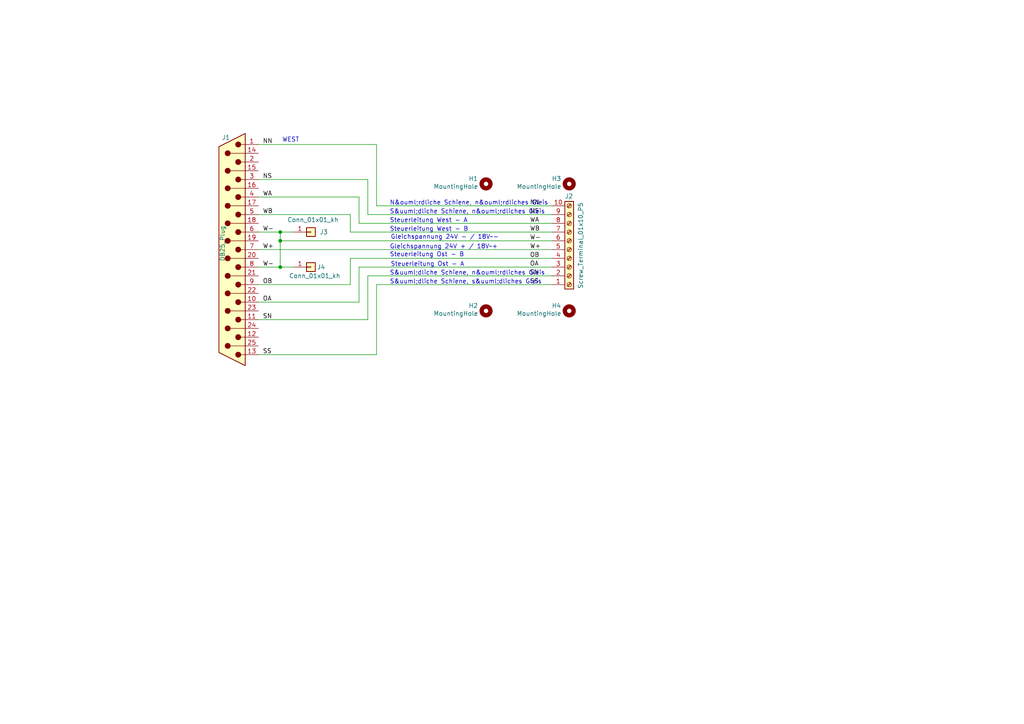
<source format=kicad_sch>
(kicad_sch (version 20231120) (generator "eeschema") (generator_version "8.0")
  (paper "A4")
  (title_block (date "2024-11-04"))
  (lib_symbols
    (symbol "Connector:DB25_Plug" (pin_names (offset 1.016) hide)
      (property "Reference" "J" (at 0 34.29 0))
      (property "Value" "DB25_Plug" (at 0 -34.925 0))
      (symbol "DB25_Plug_0_1"
        (circle (center -1.778 -30.48) (radius 0.762) (fill (type outline)))
        (circle (center -1.778 -25.4) (radius 0.762) (fill (type outline)))
        (circle (center -1.778 -20.32) (radius 0.762) (fill (type outline)))
        (circle (center -1.778 -15.24) (radius 0.762) (fill (type outline)))
        (circle (center -1.778 -10.16) (radius 0.762) (fill (type outline)))
        (circle (center -1.778 -5.08) (radius 0.762) (fill (type outline)))
        (circle (center -1.778 0) (radius 0.762) (fill (type outline)))
        (circle (center -1.778 5.08) (radius 0.762) (fill (type outline)))
        (circle (center -1.778 10.16) (radius 0.762) (fill (type outline)))
        (circle (center -1.778 15.24) (radius 0.762) (fill (type outline)))
        (circle (center -1.778 20.32) (radius 0.762) (fill (type outline)))
        (circle (center -1.778 25.4) (radius 0.762) (fill (type outline)))
        (circle (center -1.778 30.48) (radius 0.762) (fill (type outline)))
        (polyline (pts (xy -3.81 -30.48) (xy -2.54 -30.48)))
        (polyline (pts (xy -3.81 -27.94) (xy 0.508 -27.94)))
        (polyline (pts (xy -3.81 -25.4) (xy -2.54 -25.4)))
        (polyline (pts (xy -3.81 -22.86) (xy 0.508 -22.86)))
        (polyline (pts (xy -3.81 -20.32) (xy -2.54 -20.32)))
        (polyline (pts (xy -3.81 -17.78) (xy 0.508 -17.78)))
        (polyline (pts (xy -3.81 -15.24) (xy -2.54 -15.24)))
        (polyline (pts (xy -3.81 -12.7) (xy 0.508 -12.7)))
        (polyline (pts (xy -3.81 -10.16) (xy -2.54 -10.16)))
        (polyline (pts (xy -3.81 -7.62) (xy 0.508 -7.62)))
        (polyline (pts (xy -3.81 -5.08) (xy -2.54 -5.08)))
        (polyline (pts (xy -3.81 -2.54) (xy 0.508 -2.54)))
        (polyline (pts (xy -3.81 0) (xy -2.54 0)))
        (polyline (pts (xy -3.81 2.54) (xy 0.508 2.54)))
        (polyline (pts (xy -3.81 5.08) (xy -2.54 5.08)))
        (polyline (pts (xy -3.81 7.62) (xy 0.508 7.62)))
        (polyline (pts (xy -3.81 10.16) (xy -2.54 10.16)))
        (polyline (pts (xy -3.81 12.7) (xy 0.508 12.7)))
        (polyline (pts (xy -3.81 15.24) (xy -2.54 15.24)))
        (polyline (pts (xy -3.81 17.78) (xy 0.508 17.78)))
        (polyline (pts (xy -3.81 20.32) (xy -2.54 20.32)))
        (polyline (pts (xy -3.81 22.86) (xy 0.508 22.86)))
        (polyline (pts (xy -3.81 25.4) (xy -2.54 25.4)))
        (polyline (pts (xy -3.81 27.94) (xy 0.508 27.94)))
        (polyline (pts (xy -3.81 30.48) (xy -2.54 30.48)))
        (polyline (pts (xy -3.81 -33.655) (xy 3.81 -29.845) (xy 3.81 29.845) (xy -3.81 33.655) (xy -3.81 -33.655)) (stroke (width 0.254)) (fill (type background)))
        (circle (center 1.27 -27.94) (radius 0.762) (fill (type outline)))
        (circle (center 1.27 -22.86) (radius 0.762) (fill (type outline)))
        (circle (center 1.27 -17.78) (radius 0.762) (fill (type outline)))
        (circle (center 1.27 -12.7) (radius 0.762) (fill (type outline)))
        (circle (center 1.27 -7.62) (radius 0.762) (fill (type outline)))
        (circle (center 1.27 -2.54) (radius 0.762) (fill (type outline)))
        (circle (center 1.27 2.54) (radius 0.762) (fill (type outline)))
        (circle (center 1.27 7.62) (radius 0.762) (fill (type outline)))
        (circle (center 1.27 12.7) (radius 0.762) (fill (type outline)))
        (circle (center 1.27 17.78) (radius 0.762) (fill (type outline)))
        (circle (center 1.27 22.86) (radius 0.762) (fill (type outline)))
        (circle (center 1.27 27.94) (radius 0.762) (fill (type outline)))
      )
      (symbol "DB25_Plug_1_1"
        (pin passive line (at -7.62 -30.48 0) (length 3.81) (name "1") (number "1"))
        (pin passive line (at -7.62 15.24 0) (length 3.81) (name "10") (number "10"))
        (pin passive line (at -7.62 20.32 0) (length 3.81) (name "11") (number "11"))
        (pin passive line (at -7.62 25.4 0) (length 3.81) (name "12") (number "12"))
        (pin passive line (at -7.62 30.48 0) (length 3.81) (name "13") (number "13"))
        (pin passive line (at -7.62 -27.94 0) (length 3.81) (name "P14") (number "14"))
        (pin passive line (at -7.62 -22.86 0) (length 3.81) (name "P15") (number "15"))
        (pin passive line (at -7.62 -17.78 0) (length 3.81) (name "P16") (number "16"))
        (pin passive line (at -7.62 -12.7 0) (length 3.81) (name "P17") (number "17"))
        (pin passive line (at -7.62 -7.62 0) (length 3.81) (name "P18") (number "18"))
        (pin passive line (at -7.62 -2.54 0) (length 3.81) (name "P19") (number "19"))
        (pin passive line (at -7.62 -25.4 0) (length 3.81) (name "2") (number "2"))
        (pin passive line (at -7.62 2.54 0) (length 3.81) (name "P20") (number "20"))
        (pin passive line (at -7.62 7.62 0) (length 3.81) (name "P21") (number "21"))
        (pin passive line (at -7.62 12.7 0) (length 3.81) (name "P22") (number "22"))
        (pin passive line (at -7.62 17.78 0) (length 3.81) (name "P23") (number "23"))
        (pin passive line (at -7.62 22.86 0) (length 3.81) (name "P24") (number "24"))
        (pin passive line (at -7.62 27.94 0) (length 3.81) (name "P25") (number "25"))
        (pin passive line (at -7.62 -20.32 0) (length 3.81) (name "3") (number "3"))
        (pin passive line (at -7.62 -15.24 0) (length 3.81) (name "4") (number "4"))
        (pin passive line (at -7.62 -10.16 0) (length 3.81) (name "5") (number "5"))
        (pin passive line (at -7.62 -5.08 0) (length 3.81) (name "6") (number "6"))
        (pin passive line (at -7.62 0 0) (length 3.81) (name "7") (number "7"))
        (pin passive line (at -7.62 5.08 0) (length 3.81) (name "8") (number "8"))
        (pin passive line (at -7.62 10.16 0) (length 3.81) (name "9") (number "9"))
      )
    )
    (symbol "Mechanical:MountingHole" (pin_names (offset 1.016)) (exclude_from_sim yes) (in_bom no)
      (property "Reference" "H" (at 0 5.08 0))
      (property "Value" "MountingHole" (at 0 3.175 0))
      (symbol "MountingHole_0_1"
        (circle (center 0 0) (radius 1.27) (stroke (width 1.27)))
      )
    )
    (symbol "_kh_library:Conn_01x01_kh" (pin_names (offset 1.016) hide)
      (property "Reference" "J" (at 0 2.54 0))
      (property "Value" "Conn_01x01_kh" (at 0 -2.54 0))
      (symbol "Conn_01x01_kh_1_1"
        (rectangle (start -1.27 0.127) (end 0 -0.127) (stroke (width 0.1524)))
        (rectangle (start -1.27 1.27) (end 1.27 -1.27) (stroke (width 0.254)) (fill (type background)))
        (pin passive line (at -5.08 0 0) (length 3.81) (name "Pin_1") (number "1"))
      )
    )
    (symbol "_kh_library:Screw_Terminal_01x10_P5" (pin_names (offset 1.016) hide)
      (property "Reference" "J" (at 0 12.7 0))
      (property "Value" "Screw_Terminal_01x10_P5" (at 3.556 -1.016 90))
      (symbol "Screw_Terminal_01x10_P5_1_1"
        (rectangle (start -1.27 11.43) (end 1.27 -13.97) (stroke (width 0.254)) (fill (type background)))
        (circle (center 0 -12.7) (radius 0.635) (stroke (width 0.1524)))
        (circle (center 0 -10.16) (radius 0.635) (stroke (width 0.1524)))
        (circle (center 0 -7.62) (radius 0.635) (stroke (width 0.1524)))
        (circle (center 0 -5.08) (radius 0.635) (stroke (width 0.1524)))
        (circle (center 0 -2.54) (radius 0.635) (stroke (width 0.1524)))
        (polyline (pts (xy -0.5334 -12.3698) (xy 0.3302 -13.208)) (stroke (width 0.1524)))
        (polyline (pts (xy -0.5334 -9.8298) (xy 0.3302 -10.668)) (stroke (width 0.1524)))
        (polyline (pts (xy -0.5334 -7.2898) (xy 0.3302 -8.128)) (stroke (width 0.1524)))
        (polyline (pts (xy -0.5334 -4.7498) (xy 0.3302 -5.588)) (stroke (width 0.1524)))
        (polyline (pts (xy -0.5334 -2.2098) (xy 0.3302 -3.048)) (stroke (width 0.1524)))
        (polyline (pts (xy -0.5334 0.3302) (xy 0.3302 -0.508)) (stroke (width 0.1524)))
        (polyline (pts (xy -0.5334 2.8702) (xy 0.3302 2.032)) (stroke (width 0.1524)))
        (polyline (pts (xy -0.5334 5.4102) (xy 0.3302 4.572)) (stroke (width 0.1524)))
        (polyline (pts (xy -0.5334 7.9502) (xy 0.3302 7.112)) (stroke (width 0.1524)))
        (polyline (pts (xy -0.5334 10.4902) (xy 0.3302 9.652)) (stroke (width 0.1524)))
        (polyline (pts (xy -0.3556 -12.192) (xy 0.508 -13.0302)) (stroke (width 0.1524)))
        (polyline (pts (xy -0.3556 -9.652) (xy 0.508 -10.4902)) (stroke (width 0.1524)))
        (polyline (pts (xy -0.3556 -7.112) (xy 0.508 -7.9502)) (stroke (width 0.1524)))
        (polyline (pts (xy -0.3556 -4.572) (xy 0.508 -5.4102)) (stroke (width 0.1524)))
        (polyline (pts (xy -0.3556 -2.032) (xy 0.508 -2.8702)) (stroke (width 0.1524)))
        (polyline (pts (xy -0.3556 0.508) (xy 0.508 -0.3302)) (stroke (width 0.1524)))
        (polyline (pts (xy -0.3556 3.048) (xy 0.508 2.2098)) (stroke (width 0.1524)))
        (polyline (pts (xy -0.3556 5.588) (xy 0.508 4.7498)) (stroke (width 0.1524)))
        (polyline (pts (xy -0.3556 8.128) (xy 0.508 7.2898)) (stroke (width 0.1524)))
        (polyline (pts (xy -0.3556 10.668) (xy 0.508 9.8298)) (stroke (width 0.1524)))
        (circle (center 0 0) (radius 0.635) (stroke (width 0.1524)))
        (circle (center 0 2.54) (radius 0.635) (stroke (width 0.1524)))
        (circle (center 0 5.08) (radius 0.635) (stroke (width 0.1524)))
        (circle (center 0 7.62) (radius 0.635) (stroke (width 0.1524)))
        (circle (center 0 10.16) (radius 0.635) (stroke (width 0.1524)))
        (pin passive line (at -5.08 10.16 0) (length 3.81) (name "Pin_1") (number "1"))
        (pin passive line (at -5.08 -12.7 0) (length 3.81) (name "Pin_10") (number "10"))
        (pin passive line (at -5.08 7.62 0) (length 3.81) (name "Pin_2") (number "2"))
        (pin passive line (at -5.08 5.08 0) (length 3.81) (name "Pin_3") (number "3"))
        (pin passive line (at -5.08 2.54 0) (length 3.81) (name "Pin_4") (number "4"))
        (pin passive line (at -5.08 0 0) (length 3.81) (name "Pin_5") (number "5"))
        (pin passive line (at -5.08 -2.54 0) (length 3.81) (name "Pin_6") (number "6"))
        (pin passive line (at -5.08 -5.08 0) (length 3.81) (name "Pin_7") (number "7"))
        (pin passive line (at -5.08 -7.62 0) (length 3.81) (name "Pin_8") (number "8"))
        (pin passive line (at -5.08 -10.16 0) (length 3.81) (name "Pin_9") (number "9"))
      )
    )
  )
  (junction (at 81.28 69.85))
  (junction (at 81.28 67.31))
  (junction (at 81.28 77.47))
  (wire (pts (xy 109.22 41.91) (xy 109.22 59.69)))
  (wire (pts (xy 106.68 62.23) (xy 160.02 62.23)))
  (wire (pts (xy 74.93 41.91) (xy 109.22 41.91)))
  (wire (pts (xy 74.93 102.87) (xy 109.22 102.87)))
  (wire (pts (xy 74.93 67.31) (xy 81.28 67.31)))
  (wire (pts (xy 74.93 82.55) (xy 101.6 82.55)))
  (wire (pts (xy 109.22 82.55) (xy 160.02 82.55)))
  (wire (pts (xy 81.28 67.31) (xy 85.09 67.31)))
  (wire (pts (xy 104.14 87.63) (xy 104.14 77.47)))
  (wire (pts (xy 74.93 52.07) (xy 106.68 52.07)))
  (wire (pts (xy 109.22 102.87) (xy 109.22 82.55)))
  (wire (pts (xy 104.14 57.15) (xy 104.14 64.77)))
  (wire (pts (xy 81.28 69.85) (xy 81.28 67.31)))
  (wire (pts (xy 109.22 59.69) (xy 160.02 59.69)))
  (wire (pts (xy 106.68 92.71) (xy 106.68 80.01)))
  (wire (pts (xy 104.14 64.77) (xy 160.02 64.77)))
  (wire (pts (xy 74.93 87.63) (xy 104.14 87.63)))
  (wire (pts (xy 74.93 62.23) (xy 101.6 62.23)))
  (wire (pts (xy 74.93 72.39) (xy 160.02 72.39)))
  (wire (pts (xy 81.28 77.47) (xy 85.09 77.47)))
  (wire (pts (xy 74.93 92.71) (xy 106.68 92.71)))
  (wire (pts (xy 81.28 69.85) (xy 81.28 77.47)))
  (wire (pts (xy 106.68 52.07) (xy 106.68 62.23)))
  (wire (pts (xy 101.6 74.93) (xy 160.02 74.93)))
  (wire (pts (xy 101.6 67.31) (xy 160.02 67.31)))
  (wire (pts (xy 74.93 77.47) (xy 81.28 77.47)))
  (wire (pts (xy 106.68 80.01) (xy 160.02 80.01)))
  (wire (pts (xy 101.6 62.23) (xy 101.6 67.31)))
  (wire (pts (xy 74.93 57.15) (xy 104.14 57.15)))
  (wire (pts (xy 101.6 82.55) (xy 101.6 74.93)))
  (wire (pts (xy 104.14 77.47) (xy 160.02 77.47)))
  (wire (pts (xy 81.28 69.85) (xy 160.02 69.85)))
  (text "S&uuml;dliche Schiene, s&uuml;dliches Gleis" (at 113.03 81.788 0) (effects (font (size 1.27 1.27)) (justify left)))
  (text "S&uuml;dliche Schiene, n&ouml;rdliches Gleis" (at 113.03 61.468 0) (effects (font (size 1.27 1.27)) (justify left)))
  (text "Gleichspannung 24V - / 18V~-" (at 113.284 68.834 0) (effects (font (size 1.27 1.27)) (justify left)))
  (text "N&ouml;rdliche Schiene, n&ouml;rdliches Gleis" (at 113.03 58.928 0) (effects (font (size 1.27 1.27)) (justify left)))
  (text "Steuerleitung West - A" (at 113.03 64.008 0) (effects (font (size 1.27 1.27)) (justify left)))
  (text "Steuerleitung Ost - B" (at 113.03 73.914 0) (effects (font (size 1.27 1.27)) (justify left)))
  (text "Steuerleitung West - B" (at 113.03 66.548 0) (effects (font (size 1.27 1.27)) (justify left)))
  (text "WEST" (at 84.328 40.64 0) (effects (font (size 1.27 1.27))))
  (text "Gleichspannung 24V + / 18V~+" (at 113.03 71.628 0) (effects (font (size 1.27 1.27)) (justify left)))
  (text "S&uuml;dliche Schiene, n&ouml;rdliches Gleis" (at 113.03 79.248 0) (effects (font (size 1.27 1.27)) (justify left)))
  (text "Steuerleitung Ost - A" (at 113.284 76.708 0) (effects (font (size 1.27 1.27)) (justify left)))
  (label "NS" (at 153.67 62.23 0))
  (label "SN" (at 76.2 92.71 0))
  (label "WB" (at 153.67 67.31 0))
  (label "WB" (at 76.2 62.23 0))
  (label "WA" (at 76.2 57.15 0))
  (label "W-" (at 76.2 77.47 0))
  (label "WA" (at 153.67 64.77 0))
  (label "NS" (at 76.2 52.07 0))
  (label "OB" (at 76.2 82.55 0))
  (label "NN" (at 76.2 41.91 0))
  (label "SS" (at 153.67 82.55 0))
  (label "SS" (at 76.2 102.87 0))
  (label "OA" (at 153.67 77.47 0))
  (label "OA" (at 76.2 87.63 0))
  (label "W+" (at 153.67 72.39 0))
  (label "W-" (at 76.2 67.31 0))
  (label "NN" (at 153.67 59.69 0))
  (label "W-" (at 153.67 69.85 0))
  (label "W+" (at 76.2 72.39 0))
  (label "SN" (at 153.67 80.01 0))
  (label "OB" (at 153.67 74.93 0))
  (symbol (lib_id "_kh_library:Conn_01x01_kh") (at 90.17 77.47 0) (unit 1)
    (property "Reference" "J4" (at 91.948 77.47 0) (effects (justify left)))
    (property "Value" "Conn_01x01_kh" (at 83.82 80.01 0) (effects (justify left)))
    (property "Footprint" "_kh_library:Pin_D0.9mm_W1.4mm" (effects (hide yes)))
    (property "Description" "Generic connector, single row, 01x01, script generated (kicad-library-utils/schlib/autogen/connector/)" (effects (hide yes)))
  )
  (symbol (lib_id "_kh_library:Conn_01x01_kh") (at 90.17 67.31 0) (unit 1)
    (property "Reference" "J3" (at 92.71 67.31 0) (effects (justify left)))
    (property "Value" "Conn_01x01_kh" (at 83.312 63.754 0) (effects (justify left)))
    (property "Footprint" "_kh_library:Pin_D0.9mm_W1.4mm" (effects (hide yes)))
    (property "Description" "Generic connector, single row, 01x01, script generated (kicad-library-utils/schlib/autogen/connector/)" (effects (hide yes)))
  )
  (symbol (lib_id "Connector:DB25_Plug") (at 67.31 72.39 180) (unit 1)
    (property "Reference" "J1" (at 65.532 39.878 0))
    (property "Value" "DB25_Plug" (at 64.516 70.612 90))
    (property "Footprint" "_kh_library:DSUB-25_Male_Horizontal_P2.77x2.84mm_EdgePinOffset7.70mm_Housed_MountingHolesOffset9.12mm" (effects (hide yes)))
    (property "Description" "25-pin male plug pin D-SUB connector" (effects (hide yes)))
  )
  (symbol (lib_id "Mechanical:MountingHole") (at 165.1 90.17 180) (unit 1) (exclude_from_sim yes) (in_bom no)
    (property "Reference" "H4" (at 160.02 88.646 0) (effects (justify right)))
    (property "Value" "MountingHole" (at 149.86 90.932 0) (effects (justify right)))
    (property "Footprint" "MountingHole:MountingHole_2.7mm_M2.5_DIN965_Pad_TopBottom" (effects (hide yes)))
    (property "Description" "Mounting Hole without connection" (effects (hide yes)))
  )
  (symbol (lib_id "Mechanical:MountingHole") (at 140.97 53.34 180) (unit 1) (exclude_from_sim yes) (in_bom no)
    (property "Reference" "H1" (at 135.89 51.816 0) (effects (justify right)))
    (property "Value" "MountingHole" (at 125.73 54.102 0) (effects (justify right)))
    (property "Footprint" "MountingHole:MountingHole_2.7mm_M2.5_DIN965_Pad_TopBottom" (effects (hide yes)))
    (property "Description" "Mounting Hole without connection" (effects (hide yes)))
  )
  (symbol (lib_id "_kh_library:Screw_Terminal_01x10_P5") (at 165.1 72.39 0) (mirror x) (unit 1)
    (property "Reference" "J2" (at 163.83 56.896 0) (effects (justify left)))
    (property "Value" "Screw_Terminal_01x10_P5" (at 168.402 58.674 90) (effects (justify left)))
    (property "Footprint" "_kh_library:Screw_Terminal_01x10_P5" (effects (hide yes)))
    (property "Description" "Generic screw terminal, single row, 01x10, script generated (kicad-library-utils/schlib/autogen/connector/)" (effects (hide yes)))
  )
  (symbol (lib_id "Mechanical:MountingHole") (at 140.97 90.17 180) (unit 1) (exclude_from_sim yes) (in_bom no)
    (property "Reference" "H2" (at 135.89 88.646 0) (effects (justify right)))
    (property "Value" "MountingHole" (at 125.73 90.932 0) (effects (justify right)))
    (property "Footprint" "MountingHole:MountingHole_2.7mm_M2.5_DIN965_Pad_TopBottom" (effects (hide yes)))
    (property "Description" "Mounting Hole without connection" (effects (hide yes)))
  )
  (symbol (lib_id "Mechanical:MountingHole") (at 165.1 53.34 180) (unit 1) (exclude_from_sim yes) (in_bom no)
    (property "Reference" "H3" (at 160.02 51.816 0) (effects (justify right)))
    (property "Value" "MountingHole" (at 149.86 54.102 0) (effects (justify right)))
    (property "Footprint" "MountingHole:MountingHole_2.7mm_M2.5_DIN965_Pad_TopBottom" (effects (hide yes)))
    (property "Description" "Mounting Hole without connection" (effects (hide yes)))
  )
)
</source>
